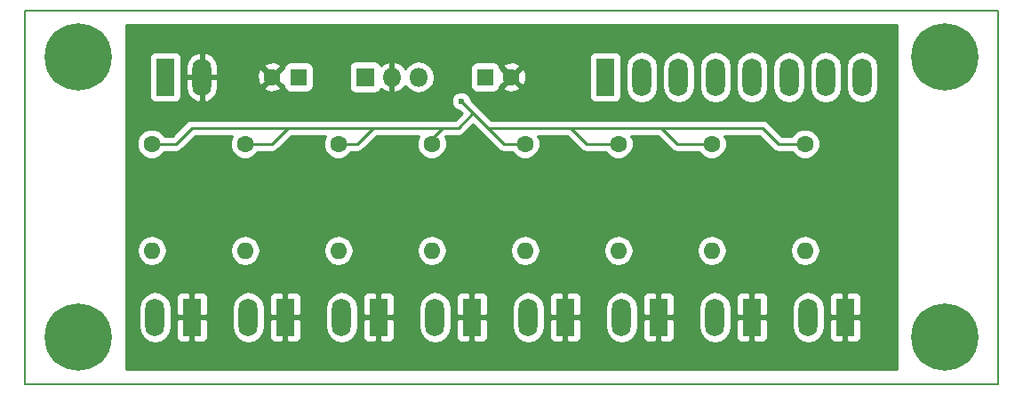
<source format=gbl>
G04 #@! TF.FileFunction,Copper,L2,Bot,Signal*
%FSLAX46Y46*%
G04 Gerber Fmt 4.6, Leading zero omitted, Abs format (unit mm)*
G04 Created by KiCad (PCBNEW 4.0.7) date Wednesday, April 11, 2018 'AMt' 08:58:52 AM*
%MOMM*%
%LPD*%
G01*
G04 APERTURE LIST*
%ADD10C,0.100000*%
%ADD11C,0.150000*%
%ADD12R,1.600000X1.600000*%
%ADD13C,1.600000*%
%ADD14R,1.800000X3.600000*%
%ADD15O,1.800000X3.600000*%
%ADD16R,1.800000X1.800000*%
%ADD17O,1.800000X1.800000*%
%ADD18O,1.600000X1.600000*%
%ADD19C,6.400000*%
%ADD20C,0.600000*%
%ADD21C,0.250000*%
%ADD22C,0.254000*%
G04 APERTURE END LIST*
D10*
D11*
X113665000Y-129540000D02*
X206375000Y-129540000D01*
X113665000Y-93980000D02*
X206375000Y-93980000D01*
X113665000Y-93980000D02*
X113665000Y-129540000D01*
X206375000Y-93980000D02*
X206375000Y-129540000D01*
D12*
X139700000Y-100330000D03*
D13*
X137200000Y-100330000D03*
D12*
X157480000Y-100330000D03*
D13*
X159980000Y-100330000D03*
D14*
X127000000Y-100330000D03*
D15*
X130500000Y-100330000D03*
D14*
X168910000Y-100330000D03*
D15*
X172410000Y-100330000D03*
X175910000Y-100330000D03*
X179410000Y-100330000D03*
X182910000Y-100330000D03*
X186410000Y-100330000D03*
X189910000Y-100330000D03*
X193410000Y-100330000D03*
D14*
X129540000Y-123190000D03*
D15*
X126040000Y-123190000D03*
D14*
X156210000Y-123190000D03*
D15*
X152710000Y-123190000D03*
D14*
X138430000Y-123190000D03*
D15*
X134930000Y-123190000D03*
D14*
X165100000Y-123190000D03*
D15*
X161600000Y-123190000D03*
D14*
X182880000Y-123190000D03*
D15*
X179380000Y-123190000D03*
D14*
X191770000Y-123190000D03*
D15*
X188270000Y-123190000D03*
D14*
X147320000Y-123190000D03*
D15*
X143820000Y-123190000D03*
D14*
X173990000Y-123190000D03*
D15*
X170490000Y-123190000D03*
D16*
X146050000Y-100330000D03*
D17*
X148590000Y-100330000D03*
X151130000Y-100330000D03*
D13*
X125730000Y-106680000D03*
D18*
X125730000Y-116840000D03*
D13*
X152400000Y-106680000D03*
D18*
X152400000Y-116840000D03*
D13*
X134620000Y-106680000D03*
D18*
X134620000Y-116840000D03*
D13*
X161290000Y-106680000D03*
D18*
X161290000Y-116840000D03*
D13*
X179070000Y-106680000D03*
D18*
X179070000Y-116840000D03*
D13*
X187960000Y-106680000D03*
D18*
X187960000Y-116840000D03*
D13*
X143510000Y-106680000D03*
D18*
X143510000Y-116840000D03*
D13*
X170180000Y-106680000D03*
D18*
X170180000Y-116840000D03*
D19*
X118745000Y-98425000D03*
X201295000Y-98425000D03*
X118745000Y-125095000D03*
X201295000Y-125095000D03*
D20*
X155194000Y-102616000D03*
D21*
X152400000Y-106680000D02*
X152400000Y-106172000D01*
X152400000Y-106172000D02*
X153416000Y-105156000D01*
X146812000Y-105156000D02*
X153416000Y-105156000D01*
X153416000Y-105156000D02*
X154940000Y-105156000D01*
X154940000Y-105156000D02*
X156337000Y-103759000D01*
X157734000Y-105156000D02*
X156337000Y-103759000D01*
X156337000Y-103759000D02*
X155194000Y-102616000D01*
X165608000Y-105156000D02*
X157734000Y-105156000D01*
X159258000Y-106680000D02*
X161290000Y-106680000D01*
X157734000Y-105156000D02*
X159258000Y-106680000D01*
X160782000Y-106172000D02*
X161290000Y-106680000D01*
X138684000Y-105156000D02*
X129540000Y-105156000D01*
X128016000Y-106680000D02*
X125730000Y-106680000D01*
X129540000Y-105156000D02*
X128016000Y-106680000D01*
X146812000Y-105156000D02*
X138684000Y-105156000D01*
X137160000Y-106680000D02*
X134620000Y-106680000D01*
X138684000Y-105156000D02*
X137160000Y-106680000D01*
X174244000Y-105156000D02*
X183896000Y-105156000D01*
X185420000Y-106680000D02*
X187960000Y-106680000D01*
X183896000Y-105156000D02*
X185420000Y-106680000D01*
X165608000Y-105156000D02*
X174244000Y-105156000D01*
X175768000Y-106680000D02*
X179070000Y-106680000D01*
X174244000Y-105156000D02*
X175768000Y-106680000D01*
X145288000Y-106680000D02*
X143510000Y-106680000D01*
X146812000Y-105156000D02*
X145288000Y-106680000D01*
X167132000Y-106680000D02*
X170180000Y-106680000D01*
X165608000Y-105156000D02*
X167132000Y-106680000D01*
D22*
G36*
X196723000Y-128143000D02*
X123317000Y-128143000D01*
X123317000Y-122242296D01*
X124505000Y-122242296D01*
X124505000Y-124137704D01*
X124621845Y-124725123D01*
X124954591Y-125223113D01*
X125452581Y-125555859D01*
X126040000Y-125672704D01*
X126627419Y-125555859D01*
X127125409Y-125223113D01*
X127458155Y-124725123D01*
X127575000Y-124137704D01*
X127575000Y-123475750D01*
X128005000Y-123475750D01*
X128005000Y-125116310D01*
X128101673Y-125349699D01*
X128280302Y-125528327D01*
X128513691Y-125625000D01*
X129254250Y-125625000D01*
X129413000Y-125466250D01*
X129413000Y-123317000D01*
X129667000Y-123317000D01*
X129667000Y-125466250D01*
X129825750Y-125625000D01*
X130566309Y-125625000D01*
X130799698Y-125528327D01*
X130978327Y-125349699D01*
X131075000Y-125116310D01*
X131075000Y-123475750D01*
X130916250Y-123317000D01*
X129667000Y-123317000D01*
X129413000Y-123317000D01*
X128163750Y-123317000D01*
X128005000Y-123475750D01*
X127575000Y-123475750D01*
X127575000Y-122242296D01*
X127458155Y-121654877D01*
X127196773Y-121263690D01*
X128005000Y-121263690D01*
X128005000Y-122904250D01*
X128163750Y-123063000D01*
X129413000Y-123063000D01*
X129413000Y-120913750D01*
X129667000Y-120913750D01*
X129667000Y-123063000D01*
X130916250Y-123063000D01*
X131075000Y-122904250D01*
X131075000Y-122242296D01*
X133395000Y-122242296D01*
X133395000Y-124137704D01*
X133511845Y-124725123D01*
X133844591Y-125223113D01*
X134342581Y-125555859D01*
X134930000Y-125672704D01*
X135517419Y-125555859D01*
X136015409Y-125223113D01*
X136348155Y-124725123D01*
X136465000Y-124137704D01*
X136465000Y-123475750D01*
X136895000Y-123475750D01*
X136895000Y-125116310D01*
X136991673Y-125349699D01*
X137170302Y-125528327D01*
X137403691Y-125625000D01*
X138144250Y-125625000D01*
X138303000Y-125466250D01*
X138303000Y-123317000D01*
X138557000Y-123317000D01*
X138557000Y-125466250D01*
X138715750Y-125625000D01*
X139456309Y-125625000D01*
X139689698Y-125528327D01*
X139868327Y-125349699D01*
X139965000Y-125116310D01*
X139965000Y-123475750D01*
X139806250Y-123317000D01*
X138557000Y-123317000D01*
X138303000Y-123317000D01*
X137053750Y-123317000D01*
X136895000Y-123475750D01*
X136465000Y-123475750D01*
X136465000Y-122242296D01*
X136348155Y-121654877D01*
X136086773Y-121263690D01*
X136895000Y-121263690D01*
X136895000Y-122904250D01*
X137053750Y-123063000D01*
X138303000Y-123063000D01*
X138303000Y-120913750D01*
X138557000Y-120913750D01*
X138557000Y-123063000D01*
X139806250Y-123063000D01*
X139965000Y-122904250D01*
X139965000Y-122242296D01*
X142285000Y-122242296D01*
X142285000Y-124137704D01*
X142401845Y-124725123D01*
X142734591Y-125223113D01*
X143232581Y-125555859D01*
X143820000Y-125672704D01*
X144407419Y-125555859D01*
X144905409Y-125223113D01*
X145238155Y-124725123D01*
X145355000Y-124137704D01*
X145355000Y-123475750D01*
X145785000Y-123475750D01*
X145785000Y-125116310D01*
X145881673Y-125349699D01*
X146060302Y-125528327D01*
X146293691Y-125625000D01*
X147034250Y-125625000D01*
X147193000Y-125466250D01*
X147193000Y-123317000D01*
X147447000Y-123317000D01*
X147447000Y-125466250D01*
X147605750Y-125625000D01*
X148346309Y-125625000D01*
X148579698Y-125528327D01*
X148758327Y-125349699D01*
X148855000Y-125116310D01*
X148855000Y-123475750D01*
X148696250Y-123317000D01*
X147447000Y-123317000D01*
X147193000Y-123317000D01*
X145943750Y-123317000D01*
X145785000Y-123475750D01*
X145355000Y-123475750D01*
X145355000Y-122242296D01*
X145238155Y-121654877D01*
X144976773Y-121263690D01*
X145785000Y-121263690D01*
X145785000Y-122904250D01*
X145943750Y-123063000D01*
X147193000Y-123063000D01*
X147193000Y-120913750D01*
X147447000Y-120913750D01*
X147447000Y-123063000D01*
X148696250Y-123063000D01*
X148855000Y-122904250D01*
X148855000Y-122242296D01*
X151175000Y-122242296D01*
X151175000Y-124137704D01*
X151291845Y-124725123D01*
X151624591Y-125223113D01*
X152122581Y-125555859D01*
X152710000Y-125672704D01*
X153297419Y-125555859D01*
X153795409Y-125223113D01*
X154128155Y-124725123D01*
X154245000Y-124137704D01*
X154245000Y-123475750D01*
X154675000Y-123475750D01*
X154675000Y-125116310D01*
X154771673Y-125349699D01*
X154950302Y-125528327D01*
X155183691Y-125625000D01*
X155924250Y-125625000D01*
X156083000Y-125466250D01*
X156083000Y-123317000D01*
X156337000Y-123317000D01*
X156337000Y-125466250D01*
X156495750Y-125625000D01*
X157236309Y-125625000D01*
X157469698Y-125528327D01*
X157648327Y-125349699D01*
X157745000Y-125116310D01*
X157745000Y-123475750D01*
X157586250Y-123317000D01*
X156337000Y-123317000D01*
X156083000Y-123317000D01*
X154833750Y-123317000D01*
X154675000Y-123475750D01*
X154245000Y-123475750D01*
X154245000Y-122242296D01*
X154128155Y-121654877D01*
X153866773Y-121263690D01*
X154675000Y-121263690D01*
X154675000Y-122904250D01*
X154833750Y-123063000D01*
X156083000Y-123063000D01*
X156083000Y-120913750D01*
X156337000Y-120913750D01*
X156337000Y-123063000D01*
X157586250Y-123063000D01*
X157745000Y-122904250D01*
X157745000Y-122242296D01*
X160065000Y-122242296D01*
X160065000Y-124137704D01*
X160181845Y-124725123D01*
X160514591Y-125223113D01*
X161012581Y-125555859D01*
X161600000Y-125672704D01*
X162187419Y-125555859D01*
X162685409Y-125223113D01*
X163018155Y-124725123D01*
X163135000Y-124137704D01*
X163135000Y-123475750D01*
X163565000Y-123475750D01*
X163565000Y-125116310D01*
X163661673Y-125349699D01*
X163840302Y-125528327D01*
X164073691Y-125625000D01*
X164814250Y-125625000D01*
X164973000Y-125466250D01*
X164973000Y-123317000D01*
X165227000Y-123317000D01*
X165227000Y-125466250D01*
X165385750Y-125625000D01*
X166126309Y-125625000D01*
X166359698Y-125528327D01*
X166538327Y-125349699D01*
X166635000Y-125116310D01*
X166635000Y-123475750D01*
X166476250Y-123317000D01*
X165227000Y-123317000D01*
X164973000Y-123317000D01*
X163723750Y-123317000D01*
X163565000Y-123475750D01*
X163135000Y-123475750D01*
X163135000Y-122242296D01*
X163018155Y-121654877D01*
X162756773Y-121263690D01*
X163565000Y-121263690D01*
X163565000Y-122904250D01*
X163723750Y-123063000D01*
X164973000Y-123063000D01*
X164973000Y-120913750D01*
X165227000Y-120913750D01*
X165227000Y-123063000D01*
X166476250Y-123063000D01*
X166635000Y-122904250D01*
X166635000Y-122242296D01*
X168955000Y-122242296D01*
X168955000Y-124137704D01*
X169071845Y-124725123D01*
X169404591Y-125223113D01*
X169902581Y-125555859D01*
X170490000Y-125672704D01*
X171077419Y-125555859D01*
X171575409Y-125223113D01*
X171908155Y-124725123D01*
X172025000Y-124137704D01*
X172025000Y-123475750D01*
X172455000Y-123475750D01*
X172455000Y-125116310D01*
X172551673Y-125349699D01*
X172730302Y-125528327D01*
X172963691Y-125625000D01*
X173704250Y-125625000D01*
X173863000Y-125466250D01*
X173863000Y-123317000D01*
X174117000Y-123317000D01*
X174117000Y-125466250D01*
X174275750Y-125625000D01*
X175016309Y-125625000D01*
X175249698Y-125528327D01*
X175428327Y-125349699D01*
X175525000Y-125116310D01*
X175525000Y-123475750D01*
X175366250Y-123317000D01*
X174117000Y-123317000D01*
X173863000Y-123317000D01*
X172613750Y-123317000D01*
X172455000Y-123475750D01*
X172025000Y-123475750D01*
X172025000Y-122242296D01*
X171908155Y-121654877D01*
X171646773Y-121263690D01*
X172455000Y-121263690D01*
X172455000Y-122904250D01*
X172613750Y-123063000D01*
X173863000Y-123063000D01*
X173863000Y-120913750D01*
X174117000Y-120913750D01*
X174117000Y-123063000D01*
X175366250Y-123063000D01*
X175525000Y-122904250D01*
X175525000Y-122242296D01*
X177845000Y-122242296D01*
X177845000Y-124137704D01*
X177961845Y-124725123D01*
X178294591Y-125223113D01*
X178792581Y-125555859D01*
X179380000Y-125672704D01*
X179967419Y-125555859D01*
X180465409Y-125223113D01*
X180798155Y-124725123D01*
X180915000Y-124137704D01*
X180915000Y-123475750D01*
X181345000Y-123475750D01*
X181345000Y-125116310D01*
X181441673Y-125349699D01*
X181620302Y-125528327D01*
X181853691Y-125625000D01*
X182594250Y-125625000D01*
X182753000Y-125466250D01*
X182753000Y-123317000D01*
X183007000Y-123317000D01*
X183007000Y-125466250D01*
X183165750Y-125625000D01*
X183906309Y-125625000D01*
X184139698Y-125528327D01*
X184318327Y-125349699D01*
X184415000Y-125116310D01*
X184415000Y-123475750D01*
X184256250Y-123317000D01*
X183007000Y-123317000D01*
X182753000Y-123317000D01*
X181503750Y-123317000D01*
X181345000Y-123475750D01*
X180915000Y-123475750D01*
X180915000Y-122242296D01*
X180798155Y-121654877D01*
X180536773Y-121263690D01*
X181345000Y-121263690D01*
X181345000Y-122904250D01*
X181503750Y-123063000D01*
X182753000Y-123063000D01*
X182753000Y-120913750D01*
X183007000Y-120913750D01*
X183007000Y-123063000D01*
X184256250Y-123063000D01*
X184415000Y-122904250D01*
X184415000Y-122242296D01*
X186735000Y-122242296D01*
X186735000Y-124137704D01*
X186851845Y-124725123D01*
X187184591Y-125223113D01*
X187682581Y-125555859D01*
X188270000Y-125672704D01*
X188857419Y-125555859D01*
X189355409Y-125223113D01*
X189688155Y-124725123D01*
X189805000Y-124137704D01*
X189805000Y-123475750D01*
X190235000Y-123475750D01*
X190235000Y-125116310D01*
X190331673Y-125349699D01*
X190510302Y-125528327D01*
X190743691Y-125625000D01*
X191484250Y-125625000D01*
X191643000Y-125466250D01*
X191643000Y-123317000D01*
X191897000Y-123317000D01*
X191897000Y-125466250D01*
X192055750Y-125625000D01*
X192796309Y-125625000D01*
X193029698Y-125528327D01*
X193208327Y-125349699D01*
X193305000Y-125116310D01*
X193305000Y-123475750D01*
X193146250Y-123317000D01*
X191897000Y-123317000D01*
X191643000Y-123317000D01*
X190393750Y-123317000D01*
X190235000Y-123475750D01*
X189805000Y-123475750D01*
X189805000Y-122242296D01*
X189688155Y-121654877D01*
X189426773Y-121263690D01*
X190235000Y-121263690D01*
X190235000Y-122904250D01*
X190393750Y-123063000D01*
X191643000Y-123063000D01*
X191643000Y-120913750D01*
X191897000Y-120913750D01*
X191897000Y-123063000D01*
X193146250Y-123063000D01*
X193305000Y-122904250D01*
X193305000Y-121263690D01*
X193208327Y-121030301D01*
X193029698Y-120851673D01*
X192796309Y-120755000D01*
X192055750Y-120755000D01*
X191897000Y-120913750D01*
X191643000Y-120913750D01*
X191484250Y-120755000D01*
X190743691Y-120755000D01*
X190510302Y-120851673D01*
X190331673Y-121030301D01*
X190235000Y-121263690D01*
X189426773Y-121263690D01*
X189355409Y-121156887D01*
X188857419Y-120824141D01*
X188270000Y-120707296D01*
X187682581Y-120824141D01*
X187184591Y-121156887D01*
X186851845Y-121654877D01*
X186735000Y-122242296D01*
X184415000Y-122242296D01*
X184415000Y-121263690D01*
X184318327Y-121030301D01*
X184139698Y-120851673D01*
X183906309Y-120755000D01*
X183165750Y-120755000D01*
X183007000Y-120913750D01*
X182753000Y-120913750D01*
X182594250Y-120755000D01*
X181853691Y-120755000D01*
X181620302Y-120851673D01*
X181441673Y-121030301D01*
X181345000Y-121263690D01*
X180536773Y-121263690D01*
X180465409Y-121156887D01*
X179967419Y-120824141D01*
X179380000Y-120707296D01*
X178792581Y-120824141D01*
X178294591Y-121156887D01*
X177961845Y-121654877D01*
X177845000Y-122242296D01*
X175525000Y-122242296D01*
X175525000Y-121263690D01*
X175428327Y-121030301D01*
X175249698Y-120851673D01*
X175016309Y-120755000D01*
X174275750Y-120755000D01*
X174117000Y-120913750D01*
X173863000Y-120913750D01*
X173704250Y-120755000D01*
X172963691Y-120755000D01*
X172730302Y-120851673D01*
X172551673Y-121030301D01*
X172455000Y-121263690D01*
X171646773Y-121263690D01*
X171575409Y-121156887D01*
X171077419Y-120824141D01*
X170490000Y-120707296D01*
X169902581Y-120824141D01*
X169404591Y-121156887D01*
X169071845Y-121654877D01*
X168955000Y-122242296D01*
X166635000Y-122242296D01*
X166635000Y-121263690D01*
X166538327Y-121030301D01*
X166359698Y-120851673D01*
X166126309Y-120755000D01*
X165385750Y-120755000D01*
X165227000Y-120913750D01*
X164973000Y-120913750D01*
X164814250Y-120755000D01*
X164073691Y-120755000D01*
X163840302Y-120851673D01*
X163661673Y-121030301D01*
X163565000Y-121263690D01*
X162756773Y-121263690D01*
X162685409Y-121156887D01*
X162187419Y-120824141D01*
X161600000Y-120707296D01*
X161012581Y-120824141D01*
X160514591Y-121156887D01*
X160181845Y-121654877D01*
X160065000Y-122242296D01*
X157745000Y-122242296D01*
X157745000Y-121263690D01*
X157648327Y-121030301D01*
X157469698Y-120851673D01*
X157236309Y-120755000D01*
X156495750Y-120755000D01*
X156337000Y-120913750D01*
X156083000Y-120913750D01*
X155924250Y-120755000D01*
X155183691Y-120755000D01*
X154950302Y-120851673D01*
X154771673Y-121030301D01*
X154675000Y-121263690D01*
X153866773Y-121263690D01*
X153795409Y-121156887D01*
X153297419Y-120824141D01*
X152710000Y-120707296D01*
X152122581Y-120824141D01*
X151624591Y-121156887D01*
X151291845Y-121654877D01*
X151175000Y-122242296D01*
X148855000Y-122242296D01*
X148855000Y-121263690D01*
X148758327Y-121030301D01*
X148579698Y-120851673D01*
X148346309Y-120755000D01*
X147605750Y-120755000D01*
X147447000Y-120913750D01*
X147193000Y-120913750D01*
X147034250Y-120755000D01*
X146293691Y-120755000D01*
X146060302Y-120851673D01*
X145881673Y-121030301D01*
X145785000Y-121263690D01*
X144976773Y-121263690D01*
X144905409Y-121156887D01*
X144407419Y-120824141D01*
X143820000Y-120707296D01*
X143232581Y-120824141D01*
X142734591Y-121156887D01*
X142401845Y-121654877D01*
X142285000Y-122242296D01*
X139965000Y-122242296D01*
X139965000Y-121263690D01*
X139868327Y-121030301D01*
X139689698Y-120851673D01*
X139456309Y-120755000D01*
X138715750Y-120755000D01*
X138557000Y-120913750D01*
X138303000Y-120913750D01*
X138144250Y-120755000D01*
X137403691Y-120755000D01*
X137170302Y-120851673D01*
X136991673Y-121030301D01*
X136895000Y-121263690D01*
X136086773Y-121263690D01*
X136015409Y-121156887D01*
X135517419Y-120824141D01*
X134930000Y-120707296D01*
X134342581Y-120824141D01*
X133844591Y-121156887D01*
X133511845Y-121654877D01*
X133395000Y-122242296D01*
X131075000Y-122242296D01*
X131075000Y-121263690D01*
X130978327Y-121030301D01*
X130799698Y-120851673D01*
X130566309Y-120755000D01*
X129825750Y-120755000D01*
X129667000Y-120913750D01*
X129413000Y-120913750D01*
X129254250Y-120755000D01*
X128513691Y-120755000D01*
X128280302Y-120851673D01*
X128101673Y-121030301D01*
X128005000Y-121263690D01*
X127196773Y-121263690D01*
X127125409Y-121156887D01*
X126627419Y-120824141D01*
X126040000Y-120707296D01*
X125452581Y-120824141D01*
X124954591Y-121156887D01*
X124621845Y-121654877D01*
X124505000Y-122242296D01*
X123317000Y-122242296D01*
X123317000Y-116811887D01*
X124295000Y-116811887D01*
X124295000Y-116868113D01*
X124404233Y-117417264D01*
X124715302Y-117882811D01*
X125180849Y-118193880D01*
X125730000Y-118303113D01*
X126279151Y-118193880D01*
X126744698Y-117882811D01*
X127055767Y-117417264D01*
X127165000Y-116868113D01*
X127165000Y-116811887D01*
X133185000Y-116811887D01*
X133185000Y-116868113D01*
X133294233Y-117417264D01*
X133605302Y-117882811D01*
X134070849Y-118193880D01*
X134620000Y-118303113D01*
X135169151Y-118193880D01*
X135634698Y-117882811D01*
X135945767Y-117417264D01*
X136055000Y-116868113D01*
X136055000Y-116811887D01*
X142075000Y-116811887D01*
X142075000Y-116868113D01*
X142184233Y-117417264D01*
X142495302Y-117882811D01*
X142960849Y-118193880D01*
X143510000Y-118303113D01*
X144059151Y-118193880D01*
X144524698Y-117882811D01*
X144835767Y-117417264D01*
X144945000Y-116868113D01*
X144945000Y-116811887D01*
X150965000Y-116811887D01*
X150965000Y-116868113D01*
X151074233Y-117417264D01*
X151385302Y-117882811D01*
X151850849Y-118193880D01*
X152400000Y-118303113D01*
X152949151Y-118193880D01*
X153414698Y-117882811D01*
X153725767Y-117417264D01*
X153835000Y-116868113D01*
X153835000Y-116811887D01*
X159855000Y-116811887D01*
X159855000Y-116868113D01*
X159964233Y-117417264D01*
X160275302Y-117882811D01*
X160740849Y-118193880D01*
X161290000Y-118303113D01*
X161839151Y-118193880D01*
X162304698Y-117882811D01*
X162615767Y-117417264D01*
X162725000Y-116868113D01*
X162725000Y-116811887D01*
X168745000Y-116811887D01*
X168745000Y-116868113D01*
X168854233Y-117417264D01*
X169165302Y-117882811D01*
X169630849Y-118193880D01*
X170180000Y-118303113D01*
X170729151Y-118193880D01*
X171194698Y-117882811D01*
X171505767Y-117417264D01*
X171615000Y-116868113D01*
X171615000Y-116811887D01*
X177635000Y-116811887D01*
X177635000Y-116868113D01*
X177744233Y-117417264D01*
X178055302Y-117882811D01*
X178520849Y-118193880D01*
X179070000Y-118303113D01*
X179619151Y-118193880D01*
X180084698Y-117882811D01*
X180395767Y-117417264D01*
X180505000Y-116868113D01*
X180505000Y-116811887D01*
X186525000Y-116811887D01*
X186525000Y-116868113D01*
X186634233Y-117417264D01*
X186945302Y-117882811D01*
X187410849Y-118193880D01*
X187960000Y-118303113D01*
X188509151Y-118193880D01*
X188974698Y-117882811D01*
X189285767Y-117417264D01*
X189395000Y-116868113D01*
X189395000Y-116811887D01*
X189285767Y-116262736D01*
X188974698Y-115797189D01*
X188509151Y-115486120D01*
X187960000Y-115376887D01*
X187410849Y-115486120D01*
X186945302Y-115797189D01*
X186634233Y-116262736D01*
X186525000Y-116811887D01*
X180505000Y-116811887D01*
X180395767Y-116262736D01*
X180084698Y-115797189D01*
X179619151Y-115486120D01*
X179070000Y-115376887D01*
X178520849Y-115486120D01*
X178055302Y-115797189D01*
X177744233Y-116262736D01*
X177635000Y-116811887D01*
X171615000Y-116811887D01*
X171505767Y-116262736D01*
X171194698Y-115797189D01*
X170729151Y-115486120D01*
X170180000Y-115376887D01*
X169630849Y-115486120D01*
X169165302Y-115797189D01*
X168854233Y-116262736D01*
X168745000Y-116811887D01*
X162725000Y-116811887D01*
X162615767Y-116262736D01*
X162304698Y-115797189D01*
X161839151Y-115486120D01*
X161290000Y-115376887D01*
X160740849Y-115486120D01*
X160275302Y-115797189D01*
X159964233Y-116262736D01*
X159855000Y-116811887D01*
X153835000Y-116811887D01*
X153725767Y-116262736D01*
X153414698Y-115797189D01*
X152949151Y-115486120D01*
X152400000Y-115376887D01*
X151850849Y-115486120D01*
X151385302Y-115797189D01*
X151074233Y-116262736D01*
X150965000Y-116811887D01*
X144945000Y-116811887D01*
X144835767Y-116262736D01*
X144524698Y-115797189D01*
X144059151Y-115486120D01*
X143510000Y-115376887D01*
X142960849Y-115486120D01*
X142495302Y-115797189D01*
X142184233Y-116262736D01*
X142075000Y-116811887D01*
X136055000Y-116811887D01*
X135945767Y-116262736D01*
X135634698Y-115797189D01*
X135169151Y-115486120D01*
X134620000Y-115376887D01*
X134070849Y-115486120D01*
X133605302Y-115797189D01*
X133294233Y-116262736D01*
X133185000Y-116811887D01*
X127165000Y-116811887D01*
X127055767Y-116262736D01*
X126744698Y-115797189D01*
X126279151Y-115486120D01*
X125730000Y-115376887D01*
X125180849Y-115486120D01*
X124715302Y-115797189D01*
X124404233Y-116262736D01*
X124295000Y-116811887D01*
X123317000Y-116811887D01*
X123317000Y-106964187D01*
X124294752Y-106964187D01*
X124512757Y-107491800D01*
X124916077Y-107895824D01*
X125443309Y-108114750D01*
X126014187Y-108115248D01*
X126541800Y-107897243D01*
X126945824Y-107493923D01*
X126968215Y-107440000D01*
X128016000Y-107440000D01*
X128306839Y-107382148D01*
X128553401Y-107217401D01*
X129854802Y-105916000D01*
X133383446Y-105916000D01*
X133185250Y-106393309D01*
X133184752Y-106964187D01*
X133402757Y-107491800D01*
X133806077Y-107895824D01*
X134333309Y-108114750D01*
X134904187Y-108115248D01*
X135431800Y-107897243D01*
X135835824Y-107493923D01*
X135858215Y-107440000D01*
X137160000Y-107440000D01*
X137450839Y-107382148D01*
X137697401Y-107217401D01*
X138998802Y-105916000D01*
X142273446Y-105916000D01*
X142075250Y-106393309D01*
X142074752Y-106964187D01*
X142292757Y-107491800D01*
X142696077Y-107895824D01*
X143223309Y-108114750D01*
X143794187Y-108115248D01*
X144321800Y-107897243D01*
X144725824Y-107493923D01*
X144748215Y-107440000D01*
X145288000Y-107440000D01*
X145578839Y-107382148D01*
X145825401Y-107217401D01*
X147126802Y-105916000D01*
X151163446Y-105916000D01*
X150965250Y-106393309D01*
X150964752Y-106964187D01*
X151182757Y-107491800D01*
X151586077Y-107895824D01*
X152113309Y-108114750D01*
X152684187Y-108115248D01*
X153211800Y-107897243D01*
X153615824Y-107493923D01*
X153834750Y-106966691D01*
X153835248Y-106395813D01*
X153664421Y-105982381D01*
X153730802Y-105916000D01*
X154940000Y-105916000D01*
X155230839Y-105858148D01*
X155477401Y-105693401D01*
X156337000Y-104833802D01*
X158720599Y-107217401D01*
X158967160Y-107382148D01*
X159015414Y-107391746D01*
X159258000Y-107440000D01*
X160051354Y-107440000D01*
X160072757Y-107491800D01*
X160476077Y-107895824D01*
X161003309Y-108114750D01*
X161574187Y-108115248D01*
X162101800Y-107897243D01*
X162505824Y-107493923D01*
X162724750Y-106966691D01*
X162725248Y-106395813D01*
X162526994Y-105916000D01*
X165293198Y-105916000D01*
X166594599Y-107217401D01*
X166841160Y-107382148D01*
X166889414Y-107391746D01*
X167132000Y-107440000D01*
X168941354Y-107440000D01*
X168962757Y-107491800D01*
X169366077Y-107895824D01*
X169893309Y-108114750D01*
X170464187Y-108115248D01*
X170991800Y-107897243D01*
X171395824Y-107493923D01*
X171614750Y-106966691D01*
X171615248Y-106395813D01*
X171416994Y-105916000D01*
X173929198Y-105916000D01*
X175230599Y-107217401D01*
X175477160Y-107382148D01*
X175525414Y-107391746D01*
X175768000Y-107440000D01*
X177831354Y-107440000D01*
X177852757Y-107491800D01*
X178256077Y-107895824D01*
X178783309Y-108114750D01*
X179354187Y-108115248D01*
X179881800Y-107897243D01*
X180285824Y-107493923D01*
X180504750Y-106966691D01*
X180505248Y-106395813D01*
X180306994Y-105916000D01*
X183581198Y-105916000D01*
X184882599Y-107217401D01*
X185129160Y-107382148D01*
X185177414Y-107391746D01*
X185420000Y-107440000D01*
X186721354Y-107440000D01*
X186742757Y-107491800D01*
X187146077Y-107895824D01*
X187673309Y-108114750D01*
X188244187Y-108115248D01*
X188771800Y-107897243D01*
X189175824Y-107493923D01*
X189394750Y-106966691D01*
X189395248Y-106395813D01*
X189177243Y-105868200D01*
X188773923Y-105464176D01*
X188246691Y-105245250D01*
X187675813Y-105244752D01*
X187148200Y-105462757D01*
X186744176Y-105866077D01*
X186721785Y-105920000D01*
X185734802Y-105920000D01*
X184433401Y-104618599D01*
X184186839Y-104453852D01*
X183896000Y-104396000D01*
X158048802Y-104396000D01*
X156129122Y-102476320D01*
X156129162Y-102430833D01*
X155987117Y-102087057D01*
X155724327Y-101823808D01*
X155380799Y-101681162D01*
X155008833Y-101680838D01*
X154665057Y-101822883D01*
X154401808Y-102085673D01*
X154259162Y-102429201D01*
X154258838Y-102801167D01*
X154400883Y-103144943D01*
X154663673Y-103408192D01*
X155007201Y-103550838D01*
X155054077Y-103550879D01*
X155262198Y-103759000D01*
X154625198Y-104396000D01*
X129540000Y-104396000D01*
X129297414Y-104444254D01*
X129249160Y-104453852D01*
X129002599Y-104618599D01*
X127701198Y-105920000D01*
X126968646Y-105920000D01*
X126947243Y-105868200D01*
X126543923Y-105464176D01*
X126016691Y-105245250D01*
X125445813Y-105244752D01*
X124918200Y-105462757D01*
X124514176Y-105866077D01*
X124295250Y-106393309D01*
X124294752Y-106964187D01*
X123317000Y-106964187D01*
X123317000Y-98530000D01*
X125452560Y-98530000D01*
X125452560Y-102130000D01*
X125496838Y-102365317D01*
X125635910Y-102581441D01*
X125848110Y-102726431D01*
X126100000Y-102777440D01*
X127900000Y-102777440D01*
X128135317Y-102733162D01*
X128351441Y-102594090D01*
X128496431Y-102381890D01*
X128547440Y-102130000D01*
X128547440Y-100457000D01*
X128965000Y-100457000D01*
X128965000Y-101357000D01*
X129130446Y-101934752D01*
X129504394Y-102405212D01*
X130029914Y-102696756D01*
X130135260Y-102721036D01*
X130373000Y-102600378D01*
X130373000Y-100457000D01*
X130627000Y-100457000D01*
X130627000Y-102600378D01*
X130864740Y-102721036D01*
X130970086Y-102696756D01*
X131495606Y-102405212D01*
X131869554Y-101934752D01*
X132035000Y-101357000D01*
X132035000Y-101337745D01*
X136371861Y-101337745D01*
X136445995Y-101583864D01*
X136983223Y-101776965D01*
X137553454Y-101749778D01*
X137954005Y-101583864D01*
X138028139Y-101337745D01*
X137200000Y-100509605D01*
X136371861Y-101337745D01*
X132035000Y-101337745D01*
X132035000Y-100457000D01*
X130627000Y-100457000D01*
X130373000Y-100457000D01*
X128965000Y-100457000D01*
X128547440Y-100457000D01*
X128547440Y-99303000D01*
X128965000Y-99303000D01*
X128965000Y-100203000D01*
X130373000Y-100203000D01*
X130373000Y-98059622D01*
X130627000Y-98059622D01*
X130627000Y-100203000D01*
X132035000Y-100203000D01*
X132035000Y-100113223D01*
X135753035Y-100113223D01*
X135780222Y-100683454D01*
X135946136Y-101084005D01*
X136192255Y-101158139D01*
X137020395Y-100330000D01*
X137379605Y-100330000D01*
X138207745Y-101158139D01*
X138255167Y-101143855D01*
X138296838Y-101365317D01*
X138435910Y-101581441D01*
X138648110Y-101726431D01*
X138900000Y-101777440D01*
X140500000Y-101777440D01*
X140735317Y-101733162D01*
X140951441Y-101594090D01*
X141096431Y-101381890D01*
X141147440Y-101130000D01*
X141147440Y-99530000D01*
X141128624Y-99430000D01*
X144502560Y-99430000D01*
X144502560Y-101230000D01*
X144546838Y-101465317D01*
X144685910Y-101681441D01*
X144898110Y-101826431D01*
X145150000Y-101877440D01*
X146950000Y-101877440D01*
X147185317Y-101833162D01*
X147401441Y-101694090D01*
X147546431Y-101481890D01*
X147556766Y-101430854D01*
X147682424Y-101567966D01*
X148225258Y-101821046D01*
X148463000Y-101700997D01*
X148463000Y-100457000D01*
X148443000Y-100457000D01*
X148443000Y-100203000D01*
X148463000Y-100203000D01*
X148463000Y-98959003D01*
X148717000Y-98959003D01*
X148717000Y-100203000D01*
X148737000Y-100203000D01*
X148737000Y-100457000D01*
X148717000Y-100457000D01*
X148717000Y-101700997D01*
X148954742Y-101821046D01*
X149497576Y-101567966D01*
X149855499Y-101177418D01*
X150014519Y-101415409D01*
X150512509Y-101748155D01*
X151099928Y-101865000D01*
X151160072Y-101865000D01*
X151747491Y-101748155D01*
X152245481Y-101415409D01*
X152578227Y-100917419D01*
X152695072Y-100330000D01*
X152578227Y-99742581D01*
X152436186Y-99530000D01*
X156032560Y-99530000D01*
X156032560Y-101130000D01*
X156076838Y-101365317D01*
X156215910Y-101581441D01*
X156428110Y-101726431D01*
X156680000Y-101777440D01*
X158280000Y-101777440D01*
X158515317Y-101733162D01*
X158731441Y-101594090D01*
X158876431Y-101381890D01*
X158885370Y-101337745D01*
X159151861Y-101337745D01*
X159225995Y-101583864D01*
X159763223Y-101776965D01*
X160333454Y-101749778D01*
X160734005Y-101583864D01*
X160808139Y-101337745D01*
X159980000Y-100509605D01*
X159151861Y-101337745D01*
X158885370Y-101337745D01*
X158924646Y-101143799D01*
X158972255Y-101158139D01*
X159800395Y-100330000D01*
X160159605Y-100330000D01*
X160987745Y-101158139D01*
X161233864Y-101084005D01*
X161426965Y-100546777D01*
X161399778Y-99976546D01*
X161233864Y-99575995D01*
X160987745Y-99501861D01*
X160159605Y-100330000D01*
X159800395Y-100330000D01*
X158972255Y-99501861D01*
X158924833Y-99516145D01*
X158888351Y-99322255D01*
X159151861Y-99322255D01*
X159980000Y-100150395D01*
X160808139Y-99322255D01*
X160734005Y-99076136D01*
X160196777Y-98883035D01*
X159626546Y-98910222D01*
X159225995Y-99076136D01*
X159151861Y-99322255D01*
X158888351Y-99322255D01*
X158883162Y-99294683D01*
X158744090Y-99078559D01*
X158531890Y-98933569D01*
X158280000Y-98882560D01*
X156680000Y-98882560D01*
X156444683Y-98926838D01*
X156228559Y-99065910D01*
X156083569Y-99278110D01*
X156032560Y-99530000D01*
X152436186Y-99530000D01*
X152245481Y-99244591D01*
X151747491Y-98911845D01*
X151160072Y-98795000D01*
X151099928Y-98795000D01*
X150512509Y-98911845D01*
X150014519Y-99244591D01*
X149855499Y-99482582D01*
X149497576Y-99092034D01*
X148954742Y-98838954D01*
X148717000Y-98959003D01*
X148463000Y-98959003D01*
X148225258Y-98838954D01*
X147682424Y-99092034D01*
X147559156Y-99226538D01*
X147553162Y-99194683D01*
X147414090Y-98978559D01*
X147201890Y-98833569D01*
X146950000Y-98782560D01*
X145150000Y-98782560D01*
X144914683Y-98826838D01*
X144698559Y-98965910D01*
X144553569Y-99178110D01*
X144502560Y-99430000D01*
X141128624Y-99430000D01*
X141103162Y-99294683D01*
X140964090Y-99078559D01*
X140751890Y-98933569D01*
X140500000Y-98882560D01*
X138900000Y-98882560D01*
X138664683Y-98926838D01*
X138448559Y-99065910D01*
X138303569Y-99278110D01*
X138255354Y-99516201D01*
X138207745Y-99501861D01*
X137379605Y-100330000D01*
X137020395Y-100330000D01*
X136192255Y-99501861D01*
X135946136Y-99575995D01*
X135753035Y-100113223D01*
X132035000Y-100113223D01*
X132035000Y-99322255D01*
X136371861Y-99322255D01*
X137200000Y-100150395D01*
X138028139Y-99322255D01*
X137954005Y-99076136D01*
X137416777Y-98883035D01*
X136846546Y-98910222D01*
X136445995Y-99076136D01*
X136371861Y-99322255D01*
X132035000Y-99322255D01*
X132035000Y-99303000D01*
X131869554Y-98725248D01*
X131714360Y-98530000D01*
X167362560Y-98530000D01*
X167362560Y-102130000D01*
X167406838Y-102365317D01*
X167545910Y-102581441D01*
X167758110Y-102726431D01*
X168010000Y-102777440D01*
X169810000Y-102777440D01*
X170045317Y-102733162D01*
X170261441Y-102594090D01*
X170406431Y-102381890D01*
X170457440Y-102130000D01*
X170457440Y-99382296D01*
X170875000Y-99382296D01*
X170875000Y-101277704D01*
X170991845Y-101865123D01*
X171324591Y-102363113D01*
X171822581Y-102695859D01*
X172410000Y-102812704D01*
X172997419Y-102695859D01*
X173495409Y-102363113D01*
X173828155Y-101865123D01*
X173945000Y-101277704D01*
X173945000Y-99382296D01*
X174375000Y-99382296D01*
X174375000Y-101277704D01*
X174491845Y-101865123D01*
X174824591Y-102363113D01*
X175322581Y-102695859D01*
X175910000Y-102812704D01*
X176497419Y-102695859D01*
X176995409Y-102363113D01*
X177328155Y-101865123D01*
X177445000Y-101277704D01*
X177445000Y-99382296D01*
X177875000Y-99382296D01*
X177875000Y-101277704D01*
X177991845Y-101865123D01*
X178324591Y-102363113D01*
X178822581Y-102695859D01*
X179410000Y-102812704D01*
X179997419Y-102695859D01*
X180495409Y-102363113D01*
X180828155Y-101865123D01*
X180945000Y-101277704D01*
X180945000Y-99382296D01*
X181375000Y-99382296D01*
X181375000Y-101277704D01*
X181491845Y-101865123D01*
X181824591Y-102363113D01*
X182322581Y-102695859D01*
X182910000Y-102812704D01*
X183497419Y-102695859D01*
X183995409Y-102363113D01*
X184328155Y-101865123D01*
X184445000Y-101277704D01*
X184445000Y-99382296D01*
X184875000Y-99382296D01*
X184875000Y-101277704D01*
X184991845Y-101865123D01*
X185324591Y-102363113D01*
X185822581Y-102695859D01*
X186410000Y-102812704D01*
X186997419Y-102695859D01*
X187495409Y-102363113D01*
X187828155Y-101865123D01*
X187945000Y-101277704D01*
X187945000Y-99382296D01*
X188375000Y-99382296D01*
X188375000Y-101277704D01*
X188491845Y-101865123D01*
X188824591Y-102363113D01*
X189322581Y-102695859D01*
X189910000Y-102812704D01*
X190497419Y-102695859D01*
X190995409Y-102363113D01*
X191328155Y-101865123D01*
X191445000Y-101277704D01*
X191445000Y-99382296D01*
X191875000Y-99382296D01*
X191875000Y-101277704D01*
X191991845Y-101865123D01*
X192324591Y-102363113D01*
X192822581Y-102695859D01*
X193410000Y-102812704D01*
X193997419Y-102695859D01*
X194495409Y-102363113D01*
X194828155Y-101865123D01*
X194945000Y-101277704D01*
X194945000Y-99382296D01*
X194828155Y-98794877D01*
X194495409Y-98296887D01*
X193997419Y-97964141D01*
X193410000Y-97847296D01*
X192822581Y-97964141D01*
X192324591Y-98296887D01*
X191991845Y-98794877D01*
X191875000Y-99382296D01*
X191445000Y-99382296D01*
X191328155Y-98794877D01*
X190995409Y-98296887D01*
X190497419Y-97964141D01*
X189910000Y-97847296D01*
X189322581Y-97964141D01*
X188824591Y-98296887D01*
X188491845Y-98794877D01*
X188375000Y-99382296D01*
X187945000Y-99382296D01*
X187828155Y-98794877D01*
X187495409Y-98296887D01*
X186997419Y-97964141D01*
X186410000Y-97847296D01*
X185822581Y-97964141D01*
X185324591Y-98296887D01*
X184991845Y-98794877D01*
X184875000Y-99382296D01*
X184445000Y-99382296D01*
X184328155Y-98794877D01*
X183995409Y-98296887D01*
X183497419Y-97964141D01*
X182910000Y-97847296D01*
X182322581Y-97964141D01*
X181824591Y-98296887D01*
X181491845Y-98794877D01*
X181375000Y-99382296D01*
X180945000Y-99382296D01*
X180828155Y-98794877D01*
X180495409Y-98296887D01*
X179997419Y-97964141D01*
X179410000Y-97847296D01*
X178822581Y-97964141D01*
X178324591Y-98296887D01*
X177991845Y-98794877D01*
X177875000Y-99382296D01*
X177445000Y-99382296D01*
X177328155Y-98794877D01*
X176995409Y-98296887D01*
X176497419Y-97964141D01*
X175910000Y-97847296D01*
X175322581Y-97964141D01*
X174824591Y-98296887D01*
X174491845Y-98794877D01*
X174375000Y-99382296D01*
X173945000Y-99382296D01*
X173828155Y-98794877D01*
X173495409Y-98296887D01*
X172997419Y-97964141D01*
X172410000Y-97847296D01*
X171822581Y-97964141D01*
X171324591Y-98296887D01*
X170991845Y-98794877D01*
X170875000Y-99382296D01*
X170457440Y-99382296D01*
X170457440Y-98530000D01*
X170413162Y-98294683D01*
X170274090Y-98078559D01*
X170061890Y-97933569D01*
X169810000Y-97882560D01*
X168010000Y-97882560D01*
X167774683Y-97926838D01*
X167558559Y-98065910D01*
X167413569Y-98278110D01*
X167362560Y-98530000D01*
X131714360Y-98530000D01*
X131495606Y-98254788D01*
X130970086Y-97963244D01*
X130864740Y-97938964D01*
X130627000Y-98059622D01*
X130373000Y-98059622D01*
X130135260Y-97938964D01*
X130029914Y-97963244D01*
X129504394Y-98254788D01*
X129130446Y-98725248D01*
X128965000Y-99303000D01*
X128547440Y-99303000D01*
X128547440Y-98530000D01*
X128503162Y-98294683D01*
X128364090Y-98078559D01*
X128151890Y-97933569D01*
X127900000Y-97882560D01*
X126100000Y-97882560D01*
X125864683Y-97926838D01*
X125648559Y-98065910D01*
X125503569Y-98278110D01*
X125452560Y-98530000D01*
X123317000Y-98530000D01*
X123317000Y-95377000D01*
X196723000Y-95377000D01*
X196723000Y-128143000D01*
X196723000Y-128143000D01*
G37*
X196723000Y-128143000D02*
X123317000Y-128143000D01*
X123317000Y-122242296D01*
X124505000Y-122242296D01*
X124505000Y-124137704D01*
X124621845Y-124725123D01*
X124954591Y-125223113D01*
X125452581Y-125555859D01*
X126040000Y-125672704D01*
X126627419Y-125555859D01*
X127125409Y-125223113D01*
X127458155Y-124725123D01*
X127575000Y-124137704D01*
X127575000Y-123475750D01*
X128005000Y-123475750D01*
X128005000Y-125116310D01*
X128101673Y-125349699D01*
X128280302Y-125528327D01*
X128513691Y-125625000D01*
X129254250Y-125625000D01*
X129413000Y-125466250D01*
X129413000Y-123317000D01*
X129667000Y-123317000D01*
X129667000Y-125466250D01*
X129825750Y-125625000D01*
X130566309Y-125625000D01*
X130799698Y-125528327D01*
X130978327Y-125349699D01*
X131075000Y-125116310D01*
X131075000Y-123475750D01*
X130916250Y-123317000D01*
X129667000Y-123317000D01*
X129413000Y-123317000D01*
X128163750Y-123317000D01*
X128005000Y-123475750D01*
X127575000Y-123475750D01*
X127575000Y-122242296D01*
X127458155Y-121654877D01*
X127196773Y-121263690D01*
X128005000Y-121263690D01*
X128005000Y-122904250D01*
X128163750Y-123063000D01*
X129413000Y-123063000D01*
X129413000Y-120913750D01*
X129667000Y-120913750D01*
X129667000Y-123063000D01*
X130916250Y-123063000D01*
X131075000Y-122904250D01*
X131075000Y-122242296D01*
X133395000Y-122242296D01*
X133395000Y-124137704D01*
X133511845Y-124725123D01*
X133844591Y-125223113D01*
X134342581Y-125555859D01*
X134930000Y-125672704D01*
X135517419Y-125555859D01*
X136015409Y-125223113D01*
X136348155Y-124725123D01*
X136465000Y-124137704D01*
X136465000Y-123475750D01*
X136895000Y-123475750D01*
X136895000Y-125116310D01*
X136991673Y-125349699D01*
X137170302Y-125528327D01*
X137403691Y-125625000D01*
X138144250Y-125625000D01*
X138303000Y-125466250D01*
X138303000Y-123317000D01*
X138557000Y-123317000D01*
X138557000Y-125466250D01*
X138715750Y-125625000D01*
X139456309Y-125625000D01*
X139689698Y-125528327D01*
X139868327Y-125349699D01*
X139965000Y-125116310D01*
X139965000Y-123475750D01*
X139806250Y-123317000D01*
X138557000Y-123317000D01*
X138303000Y-123317000D01*
X137053750Y-123317000D01*
X136895000Y-123475750D01*
X136465000Y-123475750D01*
X136465000Y-122242296D01*
X136348155Y-121654877D01*
X136086773Y-121263690D01*
X136895000Y-121263690D01*
X136895000Y-122904250D01*
X137053750Y-123063000D01*
X138303000Y-123063000D01*
X138303000Y-120913750D01*
X138557000Y-120913750D01*
X138557000Y-123063000D01*
X139806250Y-123063000D01*
X139965000Y-122904250D01*
X139965000Y-122242296D01*
X142285000Y-122242296D01*
X142285000Y-124137704D01*
X142401845Y-124725123D01*
X142734591Y-125223113D01*
X143232581Y-125555859D01*
X143820000Y-125672704D01*
X144407419Y-125555859D01*
X144905409Y-125223113D01*
X145238155Y-124725123D01*
X145355000Y-124137704D01*
X145355000Y-123475750D01*
X145785000Y-123475750D01*
X145785000Y-125116310D01*
X145881673Y-125349699D01*
X146060302Y-125528327D01*
X146293691Y-125625000D01*
X147034250Y-125625000D01*
X147193000Y-125466250D01*
X147193000Y-123317000D01*
X147447000Y-123317000D01*
X147447000Y-125466250D01*
X147605750Y-125625000D01*
X148346309Y-125625000D01*
X148579698Y-125528327D01*
X148758327Y-125349699D01*
X148855000Y-125116310D01*
X148855000Y-123475750D01*
X148696250Y-123317000D01*
X147447000Y-123317000D01*
X147193000Y-123317000D01*
X145943750Y-123317000D01*
X145785000Y-123475750D01*
X145355000Y-123475750D01*
X145355000Y-122242296D01*
X145238155Y-121654877D01*
X144976773Y-121263690D01*
X145785000Y-121263690D01*
X145785000Y-122904250D01*
X145943750Y-123063000D01*
X147193000Y-123063000D01*
X147193000Y-120913750D01*
X147447000Y-120913750D01*
X147447000Y-123063000D01*
X148696250Y-123063000D01*
X148855000Y-122904250D01*
X148855000Y-122242296D01*
X151175000Y-122242296D01*
X151175000Y-124137704D01*
X151291845Y-124725123D01*
X151624591Y-125223113D01*
X152122581Y-125555859D01*
X152710000Y-125672704D01*
X153297419Y-125555859D01*
X153795409Y-125223113D01*
X154128155Y-124725123D01*
X154245000Y-124137704D01*
X154245000Y-123475750D01*
X154675000Y-123475750D01*
X154675000Y-125116310D01*
X154771673Y-125349699D01*
X154950302Y-125528327D01*
X155183691Y-125625000D01*
X155924250Y-125625000D01*
X156083000Y-125466250D01*
X156083000Y-123317000D01*
X156337000Y-123317000D01*
X156337000Y-125466250D01*
X156495750Y-125625000D01*
X157236309Y-125625000D01*
X157469698Y-125528327D01*
X157648327Y-125349699D01*
X157745000Y-125116310D01*
X157745000Y-123475750D01*
X157586250Y-123317000D01*
X156337000Y-123317000D01*
X156083000Y-123317000D01*
X154833750Y-123317000D01*
X154675000Y-123475750D01*
X154245000Y-123475750D01*
X154245000Y-122242296D01*
X154128155Y-121654877D01*
X153866773Y-121263690D01*
X154675000Y-121263690D01*
X154675000Y-122904250D01*
X154833750Y-123063000D01*
X156083000Y-123063000D01*
X156083000Y-120913750D01*
X156337000Y-120913750D01*
X156337000Y-123063000D01*
X157586250Y-123063000D01*
X157745000Y-122904250D01*
X157745000Y-122242296D01*
X160065000Y-122242296D01*
X160065000Y-124137704D01*
X160181845Y-124725123D01*
X160514591Y-125223113D01*
X161012581Y-125555859D01*
X161600000Y-125672704D01*
X162187419Y-125555859D01*
X162685409Y-125223113D01*
X163018155Y-124725123D01*
X163135000Y-124137704D01*
X163135000Y-123475750D01*
X163565000Y-123475750D01*
X163565000Y-125116310D01*
X163661673Y-125349699D01*
X163840302Y-125528327D01*
X164073691Y-125625000D01*
X164814250Y-125625000D01*
X164973000Y-125466250D01*
X164973000Y-123317000D01*
X165227000Y-123317000D01*
X165227000Y-125466250D01*
X165385750Y-125625000D01*
X166126309Y-125625000D01*
X166359698Y-125528327D01*
X166538327Y-125349699D01*
X166635000Y-125116310D01*
X166635000Y-123475750D01*
X166476250Y-123317000D01*
X165227000Y-123317000D01*
X164973000Y-123317000D01*
X163723750Y-123317000D01*
X163565000Y-123475750D01*
X163135000Y-123475750D01*
X163135000Y-122242296D01*
X163018155Y-121654877D01*
X162756773Y-121263690D01*
X163565000Y-121263690D01*
X163565000Y-122904250D01*
X163723750Y-123063000D01*
X164973000Y-123063000D01*
X164973000Y-120913750D01*
X165227000Y-120913750D01*
X165227000Y-123063000D01*
X166476250Y-123063000D01*
X166635000Y-122904250D01*
X166635000Y-122242296D01*
X168955000Y-122242296D01*
X168955000Y-124137704D01*
X169071845Y-124725123D01*
X169404591Y-125223113D01*
X169902581Y-125555859D01*
X170490000Y-125672704D01*
X171077419Y-125555859D01*
X171575409Y-125223113D01*
X171908155Y-124725123D01*
X172025000Y-124137704D01*
X172025000Y-123475750D01*
X172455000Y-123475750D01*
X172455000Y-125116310D01*
X172551673Y-125349699D01*
X172730302Y-125528327D01*
X172963691Y-125625000D01*
X173704250Y-125625000D01*
X173863000Y-125466250D01*
X173863000Y-123317000D01*
X174117000Y-123317000D01*
X174117000Y-125466250D01*
X174275750Y-125625000D01*
X175016309Y-125625000D01*
X175249698Y-125528327D01*
X175428327Y-125349699D01*
X175525000Y-125116310D01*
X175525000Y-123475750D01*
X175366250Y-123317000D01*
X174117000Y-123317000D01*
X173863000Y-123317000D01*
X172613750Y-123317000D01*
X172455000Y-123475750D01*
X172025000Y-123475750D01*
X172025000Y-122242296D01*
X171908155Y-121654877D01*
X171646773Y-121263690D01*
X172455000Y-121263690D01*
X172455000Y-122904250D01*
X172613750Y-123063000D01*
X173863000Y-123063000D01*
X173863000Y-120913750D01*
X174117000Y-120913750D01*
X174117000Y-123063000D01*
X175366250Y-123063000D01*
X175525000Y-122904250D01*
X175525000Y-122242296D01*
X177845000Y-122242296D01*
X177845000Y-124137704D01*
X177961845Y-124725123D01*
X178294591Y-125223113D01*
X178792581Y-125555859D01*
X179380000Y-125672704D01*
X179967419Y-125555859D01*
X180465409Y-125223113D01*
X180798155Y-124725123D01*
X180915000Y-124137704D01*
X180915000Y-123475750D01*
X181345000Y-123475750D01*
X181345000Y-125116310D01*
X181441673Y-125349699D01*
X181620302Y-125528327D01*
X181853691Y-125625000D01*
X182594250Y-125625000D01*
X182753000Y-125466250D01*
X182753000Y-123317000D01*
X183007000Y-123317000D01*
X183007000Y-125466250D01*
X183165750Y-125625000D01*
X183906309Y-125625000D01*
X184139698Y-125528327D01*
X184318327Y-125349699D01*
X184415000Y-125116310D01*
X184415000Y-123475750D01*
X184256250Y-123317000D01*
X183007000Y-123317000D01*
X182753000Y-123317000D01*
X181503750Y-123317000D01*
X181345000Y-123475750D01*
X180915000Y-123475750D01*
X180915000Y-122242296D01*
X180798155Y-121654877D01*
X180536773Y-121263690D01*
X181345000Y-121263690D01*
X181345000Y-122904250D01*
X181503750Y-123063000D01*
X182753000Y-123063000D01*
X182753000Y-120913750D01*
X183007000Y-120913750D01*
X183007000Y-123063000D01*
X184256250Y-123063000D01*
X184415000Y-122904250D01*
X184415000Y-122242296D01*
X186735000Y-122242296D01*
X186735000Y-124137704D01*
X186851845Y-124725123D01*
X187184591Y-125223113D01*
X187682581Y-125555859D01*
X188270000Y-125672704D01*
X188857419Y-125555859D01*
X189355409Y-125223113D01*
X189688155Y-124725123D01*
X189805000Y-124137704D01*
X189805000Y-123475750D01*
X190235000Y-123475750D01*
X190235000Y-125116310D01*
X190331673Y-125349699D01*
X190510302Y-125528327D01*
X190743691Y-125625000D01*
X191484250Y-125625000D01*
X191643000Y-125466250D01*
X191643000Y-123317000D01*
X191897000Y-123317000D01*
X191897000Y-125466250D01*
X192055750Y-125625000D01*
X192796309Y-125625000D01*
X193029698Y-125528327D01*
X193208327Y-125349699D01*
X193305000Y-125116310D01*
X193305000Y-123475750D01*
X193146250Y-123317000D01*
X191897000Y-123317000D01*
X191643000Y-123317000D01*
X190393750Y-123317000D01*
X190235000Y-123475750D01*
X189805000Y-123475750D01*
X189805000Y-122242296D01*
X189688155Y-121654877D01*
X189426773Y-121263690D01*
X190235000Y-121263690D01*
X190235000Y-122904250D01*
X190393750Y-123063000D01*
X191643000Y-123063000D01*
X191643000Y-120913750D01*
X191897000Y-120913750D01*
X191897000Y-123063000D01*
X193146250Y-123063000D01*
X193305000Y-122904250D01*
X193305000Y-121263690D01*
X193208327Y-121030301D01*
X193029698Y-120851673D01*
X192796309Y-120755000D01*
X192055750Y-120755000D01*
X191897000Y-120913750D01*
X191643000Y-120913750D01*
X191484250Y-120755000D01*
X190743691Y-120755000D01*
X190510302Y-120851673D01*
X190331673Y-121030301D01*
X190235000Y-121263690D01*
X189426773Y-121263690D01*
X189355409Y-121156887D01*
X188857419Y-120824141D01*
X188270000Y-120707296D01*
X187682581Y-120824141D01*
X187184591Y-121156887D01*
X186851845Y-121654877D01*
X186735000Y-122242296D01*
X184415000Y-122242296D01*
X184415000Y-121263690D01*
X184318327Y-121030301D01*
X184139698Y-120851673D01*
X183906309Y-120755000D01*
X183165750Y-120755000D01*
X183007000Y-120913750D01*
X182753000Y-120913750D01*
X182594250Y-120755000D01*
X181853691Y-120755000D01*
X181620302Y-120851673D01*
X181441673Y-121030301D01*
X181345000Y-121263690D01*
X180536773Y-121263690D01*
X180465409Y-121156887D01*
X179967419Y-120824141D01*
X179380000Y-120707296D01*
X178792581Y-120824141D01*
X178294591Y-121156887D01*
X177961845Y-121654877D01*
X177845000Y-122242296D01*
X175525000Y-122242296D01*
X175525000Y-121263690D01*
X175428327Y-121030301D01*
X175249698Y-120851673D01*
X175016309Y-120755000D01*
X174275750Y-120755000D01*
X174117000Y-120913750D01*
X173863000Y-120913750D01*
X173704250Y-120755000D01*
X172963691Y-120755000D01*
X172730302Y-120851673D01*
X172551673Y-121030301D01*
X172455000Y-121263690D01*
X171646773Y-121263690D01*
X171575409Y-121156887D01*
X171077419Y-120824141D01*
X170490000Y-120707296D01*
X169902581Y-120824141D01*
X169404591Y-121156887D01*
X169071845Y-121654877D01*
X168955000Y-122242296D01*
X166635000Y-122242296D01*
X166635000Y-121263690D01*
X166538327Y-121030301D01*
X166359698Y-120851673D01*
X166126309Y-120755000D01*
X165385750Y-120755000D01*
X165227000Y-120913750D01*
X164973000Y-120913750D01*
X164814250Y-120755000D01*
X164073691Y-120755000D01*
X163840302Y-120851673D01*
X163661673Y-121030301D01*
X163565000Y-121263690D01*
X162756773Y-121263690D01*
X162685409Y-121156887D01*
X162187419Y-120824141D01*
X161600000Y-120707296D01*
X161012581Y-120824141D01*
X160514591Y-121156887D01*
X160181845Y-121654877D01*
X160065000Y-122242296D01*
X157745000Y-122242296D01*
X157745000Y-121263690D01*
X157648327Y-121030301D01*
X157469698Y-120851673D01*
X157236309Y-120755000D01*
X156495750Y-120755000D01*
X156337000Y-120913750D01*
X156083000Y-120913750D01*
X155924250Y-120755000D01*
X155183691Y-120755000D01*
X154950302Y-120851673D01*
X154771673Y-121030301D01*
X154675000Y-121263690D01*
X153866773Y-121263690D01*
X153795409Y-121156887D01*
X153297419Y-120824141D01*
X152710000Y-120707296D01*
X152122581Y-120824141D01*
X151624591Y-121156887D01*
X151291845Y-121654877D01*
X151175000Y-122242296D01*
X148855000Y-122242296D01*
X148855000Y-121263690D01*
X148758327Y-121030301D01*
X148579698Y-120851673D01*
X148346309Y-120755000D01*
X147605750Y-120755000D01*
X147447000Y-120913750D01*
X147193000Y-120913750D01*
X147034250Y-120755000D01*
X146293691Y-120755000D01*
X146060302Y-120851673D01*
X145881673Y-121030301D01*
X145785000Y-121263690D01*
X144976773Y-121263690D01*
X144905409Y-121156887D01*
X144407419Y-120824141D01*
X143820000Y-120707296D01*
X143232581Y-120824141D01*
X142734591Y-121156887D01*
X142401845Y-121654877D01*
X142285000Y-122242296D01*
X139965000Y-122242296D01*
X139965000Y-121263690D01*
X139868327Y-121030301D01*
X139689698Y-120851673D01*
X139456309Y-120755000D01*
X138715750Y-120755000D01*
X138557000Y-120913750D01*
X138303000Y-120913750D01*
X138144250Y-120755000D01*
X137403691Y-120755000D01*
X137170302Y-120851673D01*
X136991673Y-121030301D01*
X136895000Y-121263690D01*
X136086773Y-121263690D01*
X136015409Y-121156887D01*
X135517419Y-120824141D01*
X134930000Y-120707296D01*
X134342581Y-120824141D01*
X133844591Y-121156887D01*
X133511845Y-121654877D01*
X133395000Y-122242296D01*
X131075000Y-122242296D01*
X131075000Y-121263690D01*
X130978327Y-121030301D01*
X130799698Y-120851673D01*
X130566309Y-120755000D01*
X129825750Y-120755000D01*
X129667000Y-120913750D01*
X129413000Y-120913750D01*
X129254250Y-120755000D01*
X128513691Y-120755000D01*
X128280302Y-120851673D01*
X128101673Y-121030301D01*
X128005000Y-121263690D01*
X127196773Y-121263690D01*
X127125409Y-121156887D01*
X126627419Y-120824141D01*
X126040000Y-120707296D01*
X125452581Y-120824141D01*
X124954591Y-121156887D01*
X124621845Y-121654877D01*
X124505000Y-122242296D01*
X123317000Y-122242296D01*
X123317000Y-116811887D01*
X124295000Y-116811887D01*
X124295000Y-116868113D01*
X124404233Y-117417264D01*
X124715302Y-117882811D01*
X125180849Y-118193880D01*
X125730000Y-118303113D01*
X126279151Y-118193880D01*
X126744698Y-117882811D01*
X127055767Y-117417264D01*
X127165000Y-116868113D01*
X127165000Y-116811887D01*
X133185000Y-116811887D01*
X133185000Y-116868113D01*
X133294233Y-117417264D01*
X133605302Y-117882811D01*
X134070849Y-118193880D01*
X134620000Y-118303113D01*
X135169151Y-118193880D01*
X135634698Y-117882811D01*
X135945767Y-117417264D01*
X136055000Y-116868113D01*
X136055000Y-116811887D01*
X142075000Y-116811887D01*
X142075000Y-116868113D01*
X142184233Y-117417264D01*
X142495302Y-117882811D01*
X142960849Y-118193880D01*
X143510000Y-118303113D01*
X144059151Y-118193880D01*
X144524698Y-117882811D01*
X144835767Y-117417264D01*
X144945000Y-116868113D01*
X144945000Y-116811887D01*
X150965000Y-116811887D01*
X150965000Y-116868113D01*
X151074233Y-117417264D01*
X151385302Y-117882811D01*
X151850849Y-118193880D01*
X152400000Y-118303113D01*
X152949151Y-118193880D01*
X153414698Y-117882811D01*
X153725767Y-117417264D01*
X153835000Y-116868113D01*
X153835000Y-116811887D01*
X159855000Y-116811887D01*
X159855000Y-116868113D01*
X159964233Y-117417264D01*
X160275302Y-117882811D01*
X160740849Y-118193880D01*
X161290000Y-118303113D01*
X161839151Y-118193880D01*
X162304698Y-117882811D01*
X162615767Y-117417264D01*
X162725000Y-116868113D01*
X162725000Y-116811887D01*
X168745000Y-116811887D01*
X168745000Y-116868113D01*
X168854233Y-117417264D01*
X169165302Y-117882811D01*
X169630849Y-118193880D01*
X170180000Y-118303113D01*
X170729151Y-118193880D01*
X171194698Y-117882811D01*
X171505767Y-117417264D01*
X171615000Y-116868113D01*
X171615000Y-116811887D01*
X177635000Y-116811887D01*
X177635000Y-116868113D01*
X177744233Y-117417264D01*
X178055302Y-117882811D01*
X178520849Y-118193880D01*
X179070000Y-118303113D01*
X179619151Y-118193880D01*
X180084698Y-117882811D01*
X180395767Y-117417264D01*
X180505000Y-116868113D01*
X180505000Y-116811887D01*
X186525000Y-116811887D01*
X186525000Y-116868113D01*
X186634233Y-117417264D01*
X186945302Y-117882811D01*
X187410849Y-118193880D01*
X187960000Y-118303113D01*
X188509151Y-118193880D01*
X188974698Y-117882811D01*
X189285767Y-117417264D01*
X189395000Y-116868113D01*
X189395000Y-116811887D01*
X189285767Y-116262736D01*
X188974698Y-115797189D01*
X188509151Y-115486120D01*
X187960000Y-115376887D01*
X187410849Y-115486120D01*
X186945302Y-115797189D01*
X186634233Y-116262736D01*
X186525000Y-116811887D01*
X180505000Y-116811887D01*
X180395767Y-116262736D01*
X180084698Y-115797189D01*
X179619151Y-115486120D01*
X179070000Y-115376887D01*
X178520849Y-115486120D01*
X178055302Y-115797189D01*
X177744233Y-116262736D01*
X177635000Y-116811887D01*
X171615000Y-116811887D01*
X171505767Y-116262736D01*
X171194698Y-115797189D01*
X170729151Y-115486120D01*
X170180000Y-115376887D01*
X169630849Y-115486120D01*
X169165302Y-115797189D01*
X168854233Y-116262736D01*
X168745000Y-116811887D01*
X162725000Y-116811887D01*
X162615767Y-116262736D01*
X162304698Y-115797189D01*
X161839151Y-115486120D01*
X161290000Y-115376887D01*
X160740849Y-115486120D01*
X160275302Y-115797189D01*
X159964233Y-116262736D01*
X159855000Y-116811887D01*
X153835000Y-116811887D01*
X153725767Y-116262736D01*
X153414698Y-115797189D01*
X152949151Y-115486120D01*
X152400000Y-115376887D01*
X151850849Y-115486120D01*
X151385302Y-115797189D01*
X151074233Y-116262736D01*
X150965000Y-116811887D01*
X144945000Y-116811887D01*
X144835767Y-116262736D01*
X144524698Y-115797189D01*
X144059151Y-115486120D01*
X143510000Y-115376887D01*
X142960849Y-115486120D01*
X142495302Y-115797189D01*
X142184233Y-116262736D01*
X142075000Y-116811887D01*
X136055000Y-116811887D01*
X135945767Y-116262736D01*
X135634698Y-115797189D01*
X135169151Y-115486120D01*
X134620000Y-115376887D01*
X134070849Y-115486120D01*
X133605302Y-115797189D01*
X133294233Y-116262736D01*
X133185000Y-116811887D01*
X127165000Y-116811887D01*
X127055767Y-116262736D01*
X126744698Y-115797189D01*
X126279151Y-115486120D01*
X125730000Y-115376887D01*
X125180849Y-115486120D01*
X124715302Y-115797189D01*
X124404233Y-116262736D01*
X124295000Y-116811887D01*
X123317000Y-116811887D01*
X123317000Y-106964187D01*
X124294752Y-106964187D01*
X124512757Y-107491800D01*
X124916077Y-107895824D01*
X125443309Y-108114750D01*
X126014187Y-108115248D01*
X126541800Y-107897243D01*
X126945824Y-107493923D01*
X126968215Y-107440000D01*
X128016000Y-107440000D01*
X128306839Y-107382148D01*
X128553401Y-107217401D01*
X129854802Y-105916000D01*
X133383446Y-105916000D01*
X133185250Y-106393309D01*
X133184752Y-106964187D01*
X133402757Y-107491800D01*
X133806077Y-107895824D01*
X134333309Y-108114750D01*
X134904187Y-108115248D01*
X135431800Y-107897243D01*
X135835824Y-107493923D01*
X135858215Y-107440000D01*
X137160000Y-107440000D01*
X137450839Y-107382148D01*
X137697401Y-107217401D01*
X138998802Y-105916000D01*
X142273446Y-105916000D01*
X142075250Y-106393309D01*
X142074752Y-106964187D01*
X142292757Y-107491800D01*
X142696077Y-107895824D01*
X143223309Y-108114750D01*
X143794187Y-108115248D01*
X144321800Y-107897243D01*
X144725824Y-107493923D01*
X144748215Y-107440000D01*
X145288000Y-107440000D01*
X145578839Y-107382148D01*
X145825401Y-107217401D01*
X147126802Y-105916000D01*
X151163446Y-105916000D01*
X150965250Y-106393309D01*
X150964752Y-106964187D01*
X151182757Y-107491800D01*
X151586077Y-107895824D01*
X152113309Y-108114750D01*
X152684187Y-108115248D01*
X153211800Y-107897243D01*
X153615824Y-107493923D01*
X153834750Y-106966691D01*
X153835248Y-106395813D01*
X153664421Y-105982381D01*
X153730802Y-105916000D01*
X154940000Y-105916000D01*
X155230839Y-105858148D01*
X155477401Y-105693401D01*
X156337000Y-104833802D01*
X158720599Y-107217401D01*
X158967160Y-107382148D01*
X159015414Y-107391746D01*
X159258000Y-107440000D01*
X160051354Y-107440000D01*
X160072757Y-107491800D01*
X160476077Y-107895824D01*
X161003309Y-108114750D01*
X161574187Y-108115248D01*
X162101800Y-107897243D01*
X162505824Y-107493923D01*
X162724750Y-106966691D01*
X162725248Y-106395813D01*
X162526994Y-105916000D01*
X165293198Y-105916000D01*
X166594599Y-107217401D01*
X166841160Y-107382148D01*
X166889414Y-107391746D01*
X167132000Y-107440000D01*
X168941354Y-107440000D01*
X168962757Y-107491800D01*
X169366077Y-107895824D01*
X169893309Y-108114750D01*
X170464187Y-108115248D01*
X170991800Y-107897243D01*
X171395824Y-107493923D01*
X171614750Y-106966691D01*
X171615248Y-106395813D01*
X171416994Y-105916000D01*
X173929198Y-105916000D01*
X175230599Y-107217401D01*
X175477160Y-107382148D01*
X175525414Y-107391746D01*
X175768000Y-107440000D01*
X177831354Y-107440000D01*
X177852757Y-107491800D01*
X178256077Y-107895824D01*
X178783309Y-108114750D01*
X179354187Y-108115248D01*
X179881800Y-107897243D01*
X180285824Y-107493923D01*
X180504750Y-106966691D01*
X180505248Y-106395813D01*
X180306994Y-105916000D01*
X183581198Y-105916000D01*
X184882599Y-107217401D01*
X185129160Y-107382148D01*
X185177414Y-107391746D01*
X185420000Y-107440000D01*
X186721354Y-107440000D01*
X186742757Y-107491800D01*
X187146077Y-107895824D01*
X187673309Y-108114750D01*
X188244187Y-108115248D01*
X188771800Y-107897243D01*
X189175824Y-107493923D01*
X189394750Y-106966691D01*
X189395248Y-106395813D01*
X189177243Y-105868200D01*
X188773923Y-105464176D01*
X188246691Y-105245250D01*
X187675813Y-105244752D01*
X187148200Y-105462757D01*
X186744176Y-105866077D01*
X186721785Y-105920000D01*
X185734802Y-105920000D01*
X184433401Y-104618599D01*
X184186839Y-104453852D01*
X183896000Y-104396000D01*
X158048802Y-104396000D01*
X156129122Y-102476320D01*
X156129162Y-102430833D01*
X155987117Y-102087057D01*
X155724327Y-101823808D01*
X155380799Y-101681162D01*
X155008833Y-101680838D01*
X154665057Y-101822883D01*
X154401808Y-102085673D01*
X154259162Y-102429201D01*
X154258838Y-102801167D01*
X154400883Y-103144943D01*
X154663673Y-103408192D01*
X155007201Y-103550838D01*
X155054077Y-103550879D01*
X155262198Y-103759000D01*
X154625198Y-104396000D01*
X129540000Y-104396000D01*
X129297414Y-104444254D01*
X129249160Y-104453852D01*
X129002599Y-104618599D01*
X127701198Y-105920000D01*
X126968646Y-105920000D01*
X126947243Y-105868200D01*
X126543923Y-105464176D01*
X126016691Y-105245250D01*
X125445813Y-105244752D01*
X124918200Y-105462757D01*
X124514176Y-105866077D01*
X124295250Y-106393309D01*
X124294752Y-106964187D01*
X123317000Y-106964187D01*
X123317000Y-98530000D01*
X125452560Y-98530000D01*
X125452560Y-102130000D01*
X125496838Y-102365317D01*
X125635910Y-102581441D01*
X125848110Y-102726431D01*
X126100000Y-102777440D01*
X127900000Y-102777440D01*
X128135317Y-102733162D01*
X128351441Y-102594090D01*
X128496431Y-102381890D01*
X128547440Y-102130000D01*
X128547440Y-100457000D01*
X128965000Y-100457000D01*
X128965000Y-101357000D01*
X129130446Y-101934752D01*
X129504394Y-102405212D01*
X130029914Y-102696756D01*
X130135260Y-102721036D01*
X130373000Y-102600378D01*
X130373000Y-100457000D01*
X130627000Y-100457000D01*
X130627000Y-102600378D01*
X130864740Y-102721036D01*
X130970086Y-102696756D01*
X131495606Y-102405212D01*
X131869554Y-101934752D01*
X132035000Y-101357000D01*
X132035000Y-101337745D01*
X136371861Y-101337745D01*
X136445995Y-101583864D01*
X136983223Y-101776965D01*
X137553454Y-101749778D01*
X137954005Y-101583864D01*
X138028139Y-101337745D01*
X137200000Y-100509605D01*
X136371861Y-101337745D01*
X132035000Y-101337745D01*
X132035000Y-100457000D01*
X130627000Y-100457000D01*
X130373000Y-100457000D01*
X128965000Y-100457000D01*
X128547440Y-100457000D01*
X128547440Y-99303000D01*
X128965000Y-99303000D01*
X128965000Y-100203000D01*
X130373000Y-100203000D01*
X130373000Y-98059622D01*
X130627000Y-98059622D01*
X130627000Y-100203000D01*
X132035000Y-100203000D01*
X132035000Y-100113223D01*
X135753035Y-100113223D01*
X135780222Y-100683454D01*
X135946136Y-101084005D01*
X136192255Y-101158139D01*
X137020395Y-100330000D01*
X137379605Y-100330000D01*
X138207745Y-101158139D01*
X138255167Y-101143855D01*
X138296838Y-101365317D01*
X138435910Y-101581441D01*
X138648110Y-101726431D01*
X138900000Y-101777440D01*
X140500000Y-101777440D01*
X140735317Y-101733162D01*
X140951441Y-101594090D01*
X141096431Y-101381890D01*
X141147440Y-101130000D01*
X141147440Y-99530000D01*
X141128624Y-99430000D01*
X144502560Y-99430000D01*
X144502560Y-101230000D01*
X144546838Y-101465317D01*
X144685910Y-101681441D01*
X144898110Y-101826431D01*
X145150000Y-101877440D01*
X146950000Y-101877440D01*
X147185317Y-101833162D01*
X147401441Y-101694090D01*
X147546431Y-101481890D01*
X147556766Y-101430854D01*
X147682424Y-101567966D01*
X148225258Y-101821046D01*
X148463000Y-101700997D01*
X148463000Y-100457000D01*
X148443000Y-100457000D01*
X148443000Y-100203000D01*
X148463000Y-100203000D01*
X148463000Y-98959003D01*
X148717000Y-98959003D01*
X148717000Y-100203000D01*
X148737000Y-100203000D01*
X148737000Y-100457000D01*
X148717000Y-100457000D01*
X148717000Y-101700997D01*
X148954742Y-101821046D01*
X149497576Y-101567966D01*
X149855499Y-101177418D01*
X150014519Y-101415409D01*
X150512509Y-101748155D01*
X151099928Y-101865000D01*
X151160072Y-101865000D01*
X151747491Y-101748155D01*
X152245481Y-101415409D01*
X152578227Y-100917419D01*
X152695072Y-100330000D01*
X152578227Y-99742581D01*
X152436186Y-99530000D01*
X156032560Y-99530000D01*
X156032560Y-101130000D01*
X156076838Y-101365317D01*
X156215910Y-101581441D01*
X156428110Y-101726431D01*
X156680000Y-101777440D01*
X158280000Y-101777440D01*
X158515317Y-101733162D01*
X158731441Y-101594090D01*
X158876431Y-101381890D01*
X158885370Y-101337745D01*
X159151861Y-101337745D01*
X159225995Y-101583864D01*
X159763223Y-101776965D01*
X160333454Y-101749778D01*
X160734005Y-101583864D01*
X160808139Y-101337745D01*
X159980000Y-100509605D01*
X159151861Y-101337745D01*
X158885370Y-101337745D01*
X158924646Y-101143799D01*
X158972255Y-101158139D01*
X159800395Y-100330000D01*
X160159605Y-100330000D01*
X160987745Y-101158139D01*
X161233864Y-101084005D01*
X161426965Y-100546777D01*
X161399778Y-99976546D01*
X161233864Y-99575995D01*
X160987745Y-99501861D01*
X160159605Y-100330000D01*
X159800395Y-100330000D01*
X158972255Y-99501861D01*
X158924833Y-99516145D01*
X158888351Y-99322255D01*
X159151861Y-99322255D01*
X159980000Y-100150395D01*
X160808139Y-99322255D01*
X160734005Y-99076136D01*
X160196777Y-98883035D01*
X159626546Y-98910222D01*
X159225995Y-99076136D01*
X159151861Y-99322255D01*
X158888351Y-99322255D01*
X158883162Y-99294683D01*
X158744090Y-99078559D01*
X158531890Y-98933569D01*
X158280000Y-98882560D01*
X156680000Y-98882560D01*
X156444683Y-98926838D01*
X156228559Y-99065910D01*
X156083569Y-99278110D01*
X156032560Y-99530000D01*
X152436186Y-99530000D01*
X152245481Y-99244591D01*
X151747491Y-98911845D01*
X151160072Y-98795000D01*
X151099928Y-98795000D01*
X150512509Y-98911845D01*
X150014519Y-99244591D01*
X149855499Y-99482582D01*
X149497576Y-99092034D01*
X148954742Y-98838954D01*
X148717000Y-98959003D01*
X148463000Y-98959003D01*
X148225258Y-98838954D01*
X147682424Y-99092034D01*
X147559156Y-99226538D01*
X147553162Y-99194683D01*
X147414090Y-98978559D01*
X147201890Y-98833569D01*
X146950000Y-98782560D01*
X145150000Y-98782560D01*
X144914683Y-98826838D01*
X144698559Y-98965910D01*
X144553569Y-99178110D01*
X144502560Y-99430000D01*
X141128624Y-99430000D01*
X141103162Y-99294683D01*
X140964090Y-99078559D01*
X140751890Y-98933569D01*
X140500000Y-98882560D01*
X138900000Y-98882560D01*
X138664683Y-98926838D01*
X138448559Y-99065910D01*
X138303569Y-99278110D01*
X138255354Y-99516201D01*
X138207745Y-99501861D01*
X137379605Y-100330000D01*
X137020395Y-100330000D01*
X136192255Y-99501861D01*
X135946136Y-99575995D01*
X135753035Y-100113223D01*
X132035000Y-100113223D01*
X132035000Y-99322255D01*
X136371861Y-99322255D01*
X137200000Y-100150395D01*
X138028139Y-99322255D01*
X137954005Y-99076136D01*
X137416777Y-98883035D01*
X136846546Y-98910222D01*
X136445995Y-99076136D01*
X136371861Y-99322255D01*
X132035000Y-99322255D01*
X132035000Y-99303000D01*
X131869554Y-98725248D01*
X131714360Y-98530000D01*
X167362560Y-98530000D01*
X167362560Y-102130000D01*
X167406838Y-102365317D01*
X167545910Y-102581441D01*
X167758110Y-102726431D01*
X168010000Y-102777440D01*
X169810000Y-102777440D01*
X170045317Y-102733162D01*
X170261441Y-102594090D01*
X170406431Y-102381890D01*
X170457440Y-102130000D01*
X170457440Y-99382296D01*
X170875000Y-99382296D01*
X170875000Y-101277704D01*
X170991845Y-101865123D01*
X171324591Y-102363113D01*
X171822581Y-102695859D01*
X172410000Y-102812704D01*
X172997419Y-102695859D01*
X173495409Y-102363113D01*
X173828155Y-101865123D01*
X173945000Y-101277704D01*
X173945000Y-99382296D01*
X174375000Y-99382296D01*
X174375000Y-101277704D01*
X174491845Y-101865123D01*
X174824591Y-102363113D01*
X175322581Y-102695859D01*
X175910000Y-102812704D01*
X176497419Y-102695859D01*
X176995409Y-102363113D01*
X177328155Y-101865123D01*
X177445000Y-101277704D01*
X177445000Y-99382296D01*
X177875000Y-99382296D01*
X177875000Y-101277704D01*
X177991845Y-101865123D01*
X178324591Y-102363113D01*
X178822581Y-102695859D01*
X179410000Y-102812704D01*
X179997419Y-102695859D01*
X180495409Y-102363113D01*
X180828155Y-101865123D01*
X180945000Y-101277704D01*
X180945000Y-99382296D01*
X181375000Y-99382296D01*
X181375000Y-101277704D01*
X181491845Y-101865123D01*
X181824591Y-102363113D01*
X182322581Y-102695859D01*
X182910000Y-102812704D01*
X183497419Y-102695859D01*
X183995409Y-102363113D01*
X184328155Y-101865123D01*
X184445000Y-101277704D01*
X184445000Y-99382296D01*
X184875000Y-99382296D01*
X184875000Y-101277704D01*
X184991845Y-101865123D01*
X185324591Y-102363113D01*
X185822581Y-102695859D01*
X186410000Y-102812704D01*
X186997419Y-102695859D01*
X187495409Y-102363113D01*
X187828155Y-101865123D01*
X187945000Y-101277704D01*
X187945000Y-99382296D01*
X188375000Y-99382296D01*
X188375000Y-101277704D01*
X188491845Y-101865123D01*
X188824591Y-102363113D01*
X189322581Y-102695859D01*
X189910000Y-102812704D01*
X190497419Y-102695859D01*
X190995409Y-102363113D01*
X191328155Y-101865123D01*
X191445000Y-101277704D01*
X191445000Y-99382296D01*
X191875000Y-99382296D01*
X191875000Y-101277704D01*
X191991845Y-101865123D01*
X192324591Y-102363113D01*
X192822581Y-102695859D01*
X193410000Y-102812704D01*
X193997419Y-102695859D01*
X194495409Y-102363113D01*
X194828155Y-101865123D01*
X194945000Y-101277704D01*
X194945000Y-99382296D01*
X194828155Y-98794877D01*
X194495409Y-98296887D01*
X193997419Y-97964141D01*
X193410000Y-97847296D01*
X192822581Y-97964141D01*
X192324591Y-98296887D01*
X191991845Y-98794877D01*
X191875000Y-99382296D01*
X191445000Y-99382296D01*
X191328155Y-98794877D01*
X190995409Y-98296887D01*
X190497419Y-97964141D01*
X189910000Y-97847296D01*
X189322581Y-97964141D01*
X188824591Y-98296887D01*
X188491845Y-98794877D01*
X188375000Y-99382296D01*
X187945000Y-99382296D01*
X187828155Y-98794877D01*
X187495409Y-98296887D01*
X186997419Y-97964141D01*
X186410000Y-97847296D01*
X185822581Y-97964141D01*
X185324591Y-98296887D01*
X184991845Y-98794877D01*
X184875000Y-99382296D01*
X184445000Y-99382296D01*
X184328155Y-98794877D01*
X183995409Y-98296887D01*
X183497419Y-97964141D01*
X182910000Y-97847296D01*
X182322581Y-97964141D01*
X181824591Y-98296887D01*
X181491845Y-98794877D01*
X181375000Y-99382296D01*
X180945000Y-99382296D01*
X180828155Y-98794877D01*
X180495409Y-98296887D01*
X179997419Y-97964141D01*
X179410000Y-97847296D01*
X178822581Y-97964141D01*
X178324591Y-98296887D01*
X177991845Y-98794877D01*
X177875000Y-99382296D01*
X177445000Y-99382296D01*
X177328155Y-98794877D01*
X176995409Y-98296887D01*
X176497419Y-97964141D01*
X175910000Y-97847296D01*
X175322581Y-97964141D01*
X174824591Y-98296887D01*
X174491845Y-98794877D01*
X174375000Y-99382296D01*
X173945000Y-99382296D01*
X173828155Y-98794877D01*
X173495409Y-98296887D01*
X172997419Y-97964141D01*
X172410000Y-97847296D01*
X171822581Y-97964141D01*
X171324591Y-98296887D01*
X170991845Y-98794877D01*
X170875000Y-99382296D01*
X170457440Y-99382296D01*
X170457440Y-98530000D01*
X170413162Y-98294683D01*
X170274090Y-98078559D01*
X170061890Y-97933569D01*
X169810000Y-97882560D01*
X168010000Y-97882560D01*
X167774683Y-97926838D01*
X167558559Y-98065910D01*
X167413569Y-98278110D01*
X167362560Y-98530000D01*
X131714360Y-98530000D01*
X131495606Y-98254788D01*
X130970086Y-97963244D01*
X130864740Y-97938964D01*
X130627000Y-98059622D01*
X130373000Y-98059622D01*
X130135260Y-97938964D01*
X130029914Y-97963244D01*
X129504394Y-98254788D01*
X129130446Y-98725248D01*
X128965000Y-99303000D01*
X128547440Y-99303000D01*
X128547440Y-98530000D01*
X128503162Y-98294683D01*
X128364090Y-98078559D01*
X128151890Y-97933569D01*
X127900000Y-97882560D01*
X126100000Y-97882560D01*
X125864683Y-97926838D01*
X125648559Y-98065910D01*
X125503569Y-98278110D01*
X125452560Y-98530000D01*
X123317000Y-98530000D01*
X123317000Y-95377000D01*
X196723000Y-95377000D01*
X196723000Y-128143000D01*
M02*

</source>
